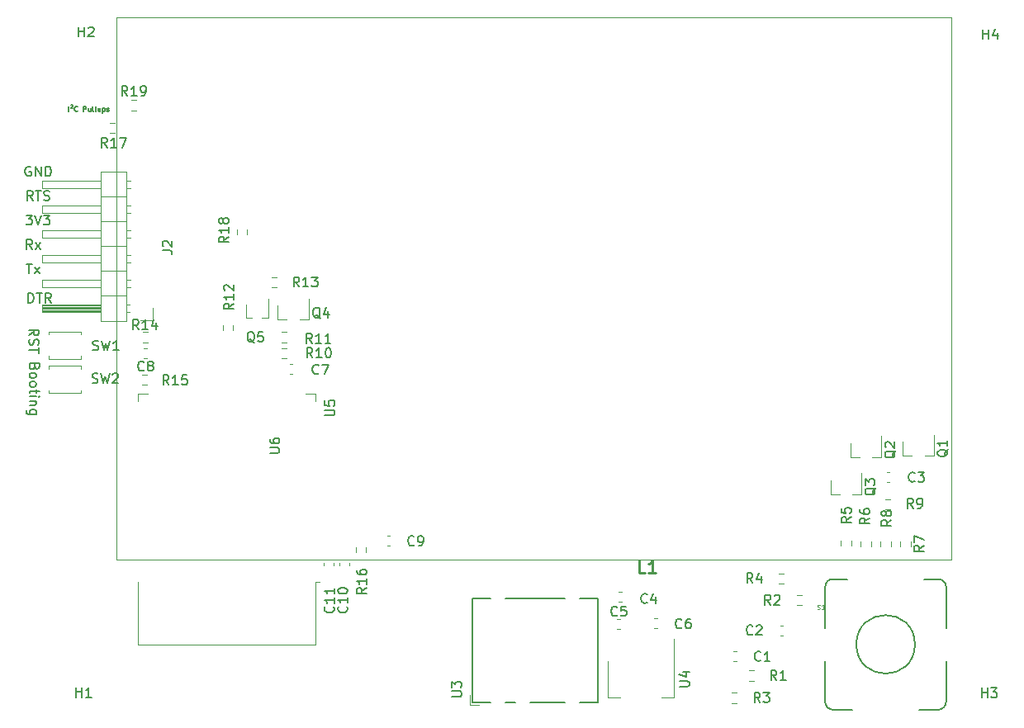
<source format=gbr>
%TF.GenerationSoftware,KiCad,Pcbnew,(5.1.7)-1*%
%TF.CreationDate,2021-01-21T08:43:37+01:00*%
%TF.ProjectId,EZ-PY32,455a2d50-5933-4322-9e6b-696361645f70,rev?*%
%TF.SameCoordinates,Original*%
%TF.FileFunction,Legend,Top*%
%TF.FilePolarity,Positive*%
%FSLAX46Y46*%
G04 Gerber Fmt 4.6, Leading zero omitted, Abs format (unit mm)*
G04 Created by KiCad (PCBNEW (5.1.7)-1) date 2021-01-21 08:43:37*
%MOMM*%
%LPD*%
G01*
G04 APERTURE LIST*
%ADD10C,0.127000*%
%ADD11C,0.150000*%
%ADD12C,0.120000*%
%ADD13C,0.203200*%
%ADD14C,0.015000*%
%ADD15C,0.254000*%
G04 APERTURE END LIST*
D10*
X54843169Y-70030689D02*
X54843169Y-69522689D01*
X55060883Y-69401737D02*
X55109264Y-69377546D01*
X55181836Y-69377546D01*
X55230217Y-69401737D01*
X55254407Y-69450118D01*
X55254407Y-69498499D01*
X55230217Y-69546880D01*
X55060883Y-69716213D01*
X55254407Y-69716213D01*
X55762407Y-69982308D02*
X55738217Y-70006499D01*
X55665645Y-70030689D01*
X55617264Y-70030689D01*
X55544693Y-70006499D01*
X55496312Y-69958118D01*
X55472121Y-69909737D01*
X55447931Y-69812975D01*
X55447931Y-69740403D01*
X55472121Y-69643641D01*
X55496312Y-69595260D01*
X55544693Y-69546880D01*
X55617264Y-69522689D01*
X55665645Y-69522689D01*
X55738217Y-69546880D01*
X55762407Y-69571070D01*
X56367169Y-70030689D02*
X56367169Y-69522689D01*
X56560693Y-69522689D01*
X56609074Y-69546880D01*
X56633264Y-69571070D01*
X56657455Y-69619451D01*
X56657455Y-69692022D01*
X56633264Y-69740403D01*
X56609074Y-69764594D01*
X56560693Y-69788784D01*
X56367169Y-69788784D01*
X57092883Y-69692022D02*
X57092883Y-70030689D01*
X56875169Y-69692022D02*
X56875169Y-69958118D01*
X56899360Y-70006499D01*
X56947740Y-70030689D01*
X57020312Y-70030689D01*
X57068693Y-70006499D01*
X57092883Y-69982308D01*
X57407360Y-70030689D02*
X57358979Y-70006499D01*
X57334788Y-69958118D01*
X57334788Y-69522689D01*
X57673455Y-70030689D02*
X57625074Y-70006499D01*
X57600883Y-69958118D01*
X57600883Y-69522689D01*
X58084693Y-69692022D02*
X58084693Y-70030689D01*
X57866979Y-69692022D02*
X57866979Y-69958118D01*
X57891169Y-70006499D01*
X57939550Y-70030689D01*
X58012121Y-70030689D01*
X58060502Y-70006499D01*
X58084693Y-69982308D01*
X58326598Y-69692022D02*
X58326598Y-70200022D01*
X58326598Y-69716213D02*
X58374979Y-69692022D01*
X58471740Y-69692022D01*
X58520121Y-69716213D01*
X58544312Y-69740403D01*
X58568502Y-69788784D01*
X58568502Y-69933927D01*
X58544312Y-69982308D01*
X58520121Y-70006499D01*
X58471740Y-70030689D01*
X58374979Y-70030689D01*
X58326598Y-70006499D01*
X58762026Y-70006499D02*
X58810407Y-70030689D01*
X58907169Y-70030689D01*
X58955550Y-70006499D01*
X58979740Y-69958118D01*
X58979740Y-69933927D01*
X58955550Y-69885546D01*
X58907169Y-69861356D01*
X58834598Y-69861356D01*
X58786217Y-69837165D01*
X58762026Y-69788784D01*
X58762026Y-69764594D01*
X58786217Y-69716213D01*
X58834598Y-69692022D01*
X58907169Y-69692022D01*
X58955550Y-69716213D01*
D11*
X50704690Y-89683880D02*
X50704690Y-88683880D01*
X50942785Y-88683880D01*
X51085642Y-88731500D01*
X51180880Y-88826738D01*
X51228500Y-88921976D01*
X51276119Y-89112452D01*
X51276119Y-89255309D01*
X51228500Y-89445785D01*
X51180880Y-89541023D01*
X51085642Y-89636261D01*
X50942785Y-89683880D01*
X50704690Y-89683880D01*
X51561833Y-88683880D02*
X52133261Y-88683880D01*
X51847547Y-89683880D02*
X51847547Y-88683880D01*
X53038023Y-89683880D02*
X52704690Y-89207690D01*
X52466595Y-89683880D02*
X52466595Y-88683880D01*
X52847547Y-88683880D01*
X52942785Y-88731500D01*
X52990404Y-88779119D01*
X53038023Y-88874357D01*
X53038023Y-89017214D01*
X52990404Y-89112452D01*
X52942785Y-89160071D01*
X52847547Y-89207690D01*
X52466595Y-89207690D01*
X50966595Y-75731500D02*
X50871357Y-75683880D01*
X50728500Y-75683880D01*
X50585642Y-75731500D01*
X50490404Y-75826738D01*
X50442785Y-75921976D01*
X50395166Y-76112452D01*
X50395166Y-76255309D01*
X50442785Y-76445785D01*
X50490404Y-76541023D01*
X50585642Y-76636261D01*
X50728500Y-76683880D01*
X50823738Y-76683880D01*
X50966595Y-76636261D01*
X51014214Y-76588642D01*
X51014214Y-76255309D01*
X50823738Y-76255309D01*
X51442785Y-76683880D02*
X51442785Y-75683880D01*
X52014214Y-76683880D01*
X52014214Y-75683880D01*
X52490404Y-76683880D02*
X52490404Y-75683880D01*
X52728500Y-75683880D01*
X52871357Y-75731500D01*
X52966595Y-75826738D01*
X53014214Y-75921976D01*
X53061833Y-76112452D01*
X53061833Y-76255309D01*
X53014214Y-76445785D01*
X52966595Y-76541023D01*
X52871357Y-76636261D01*
X52728500Y-76683880D01*
X52490404Y-76683880D01*
X51180880Y-79183880D02*
X50847547Y-78707690D01*
X50609452Y-79183880D02*
X50609452Y-78183880D01*
X50990404Y-78183880D01*
X51085642Y-78231500D01*
X51133261Y-78279119D01*
X51180880Y-78374357D01*
X51180880Y-78517214D01*
X51133261Y-78612452D01*
X51085642Y-78660071D01*
X50990404Y-78707690D01*
X50609452Y-78707690D01*
X51466595Y-78183880D02*
X52038023Y-78183880D01*
X51752309Y-79183880D02*
X51752309Y-78183880D01*
X52323738Y-79136261D02*
X52466595Y-79183880D01*
X52704690Y-79183880D01*
X52799928Y-79136261D01*
X52847547Y-79088642D01*
X52895166Y-78993404D01*
X52895166Y-78898166D01*
X52847547Y-78802928D01*
X52799928Y-78755309D01*
X52704690Y-78707690D01*
X52514214Y-78660071D01*
X52418976Y-78612452D01*
X52371357Y-78564833D01*
X52323738Y-78469595D01*
X52323738Y-78374357D01*
X52371357Y-78279119D01*
X52418976Y-78231500D01*
X52514214Y-78183880D01*
X52752309Y-78183880D01*
X52895166Y-78231500D01*
X50490404Y-80683880D02*
X51109452Y-80683880D01*
X50776119Y-81064833D01*
X50918976Y-81064833D01*
X51014214Y-81112452D01*
X51061833Y-81160071D01*
X51109452Y-81255309D01*
X51109452Y-81493404D01*
X51061833Y-81588642D01*
X51014214Y-81636261D01*
X50918976Y-81683880D01*
X50633261Y-81683880D01*
X50538023Y-81636261D01*
X50490404Y-81588642D01*
X51395166Y-80683880D02*
X51728500Y-81683880D01*
X52061833Y-80683880D01*
X52299928Y-80683880D02*
X52918976Y-80683880D01*
X52585642Y-81064833D01*
X52728500Y-81064833D01*
X52823738Y-81112452D01*
X52871357Y-81160071D01*
X52918976Y-81255309D01*
X52918976Y-81493404D01*
X52871357Y-81588642D01*
X52823738Y-81636261D01*
X52728500Y-81683880D01*
X52442785Y-81683880D01*
X52347547Y-81636261D01*
X52299928Y-81588642D01*
X51133261Y-84183880D02*
X50799928Y-83707690D01*
X50561833Y-84183880D02*
X50561833Y-83183880D01*
X50942785Y-83183880D01*
X51038023Y-83231500D01*
X51085642Y-83279119D01*
X51133261Y-83374357D01*
X51133261Y-83517214D01*
X51085642Y-83612452D01*
X51038023Y-83660071D01*
X50942785Y-83707690D01*
X50561833Y-83707690D01*
X51466595Y-84183880D02*
X51990404Y-83517214D01*
X51466595Y-83517214D02*
X51990404Y-84183880D01*
X50538023Y-85683880D02*
X51109452Y-85683880D01*
X50823738Y-86683880D02*
X50823738Y-85683880D01*
X51347547Y-86683880D02*
X51871357Y-86017214D01*
X51347547Y-86017214D02*
X51871357Y-86683880D01*
X51379428Y-96239295D02*
X51331809Y-96382152D01*
X51284190Y-96429771D01*
X51188952Y-96477390D01*
X51046095Y-96477390D01*
X50950857Y-96429771D01*
X50903238Y-96382152D01*
X50855619Y-96286914D01*
X50855619Y-95905961D01*
X51855619Y-95905961D01*
X51855619Y-96239295D01*
X51808000Y-96334533D01*
X51760380Y-96382152D01*
X51665142Y-96429771D01*
X51569904Y-96429771D01*
X51474666Y-96382152D01*
X51427047Y-96334533D01*
X51379428Y-96239295D01*
X51379428Y-95905961D01*
X50855619Y-97048819D02*
X50903238Y-96953580D01*
X50950857Y-96905961D01*
X51046095Y-96858342D01*
X51331809Y-96858342D01*
X51427047Y-96905961D01*
X51474666Y-96953580D01*
X51522285Y-97048819D01*
X51522285Y-97191676D01*
X51474666Y-97286914D01*
X51427047Y-97334533D01*
X51331809Y-97382152D01*
X51046095Y-97382152D01*
X50950857Y-97334533D01*
X50903238Y-97286914D01*
X50855619Y-97191676D01*
X50855619Y-97048819D01*
X50855619Y-97953580D02*
X50903238Y-97858342D01*
X50950857Y-97810723D01*
X51046095Y-97763104D01*
X51331809Y-97763104D01*
X51427047Y-97810723D01*
X51474666Y-97858342D01*
X51522285Y-97953580D01*
X51522285Y-98096438D01*
X51474666Y-98191676D01*
X51427047Y-98239295D01*
X51331809Y-98286914D01*
X51046095Y-98286914D01*
X50950857Y-98239295D01*
X50903238Y-98191676D01*
X50855619Y-98096438D01*
X50855619Y-97953580D01*
X51522285Y-98572628D02*
X51522285Y-98953580D01*
X51855619Y-98715485D02*
X50998476Y-98715485D01*
X50903238Y-98763104D01*
X50855619Y-98858342D01*
X50855619Y-98953580D01*
X50855619Y-99286914D02*
X51522285Y-99286914D01*
X51855619Y-99286914D02*
X51808000Y-99239295D01*
X51760380Y-99286914D01*
X51808000Y-99334533D01*
X51855619Y-99286914D01*
X51760380Y-99286914D01*
X51522285Y-99763104D02*
X50855619Y-99763104D01*
X51427047Y-99763104D02*
X51474666Y-99810723D01*
X51522285Y-99905961D01*
X51522285Y-100048819D01*
X51474666Y-100144057D01*
X51379428Y-100191676D01*
X50855619Y-100191676D01*
X51522285Y-101096438D02*
X50712761Y-101096438D01*
X50617523Y-101048819D01*
X50569904Y-101001200D01*
X50522285Y-100905961D01*
X50522285Y-100763104D01*
X50569904Y-100667866D01*
X50903238Y-101096438D02*
X50855619Y-101001200D01*
X50855619Y-100810723D01*
X50903238Y-100715485D01*
X50950857Y-100667866D01*
X51046095Y-100620247D01*
X51331809Y-100620247D01*
X51427047Y-100667866D01*
X51474666Y-100715485D01*
X51522285Y-100810723D01*
X51522285Y-101001200D01*
X51474666Y-101096438D01*
X50804819Y-93025980D02*
X51281009Y-92692647D01*
X50804819Y-92454552D02*
X51804819Y-92454552D01*
X51804819Y-92835504D01*
X51757200Y-92930742D01*
X51709580Y-92978361D01*
X51614342Y-93025980D01*
X51471485Y-93025980D01*
X51376247Y-92978361D01*
X51328628Y-92930742D01*
X51281009Y-92835504D01*
X51281009Y-92454552D01*
X50852438Y-93406933D02*
X50804819Y-93549790D01*
X50804819Y-93787885D01*
X50852438Y-93883123D01*
X50900057Y-93930742D01*
X50995295Y-93978361D01*
X51090533Y-93978361D01*
X51185771Y-93930742D01*
X51233390Y-93883123D01*
X51281009Y-93787885D01*
X51328628Y-93597409D01*
X51376247Y-93502171D01*
X51423866Y-93454552D01*
X51519104Y-93406933D01*
X51614342Y-93406933D01*
X51709580Y-93454552D01*
X51757200Y-93502171D01*
X51804819Y-93597409D01*
X51804819Y-93835504D01*
X51757200Y-93978361D01*
X51804819Y-94264076D02*
X51804819Y-94835504D01*
X50804819Y-94549790D02*
X51804819Y-94549790D01*
D12*
%TO.C,C2*%
X128098767Y-123803500D02*
X127806233Y-123803500D01*
X128098767Y-122783500D02*
X127806233Y-122783500D01*
%TO.C,U5*%
X80176500Y-99802500D02*
X80176500Y-99022500D01*
X80176500Y-99022500D02*
X79176500Y-99022500D01*
X61936500Y-99802500D02*
X61936500Y-99022500D01*
X61936500Y-99022500D02*
X62936500Y-99022500D01*
X80176500Y-124767500D02*
X61936500Y-124767500D01*
X61936500Y-124767500D02*
X61936500Y-118347500D01*
X80176500Y-124767500D02*
X80176500Y-118347500D01*
X80176500Y-118347500D02*
X80556500Y-118347500D01*
%TO.C,U6*%
X145354860Y-116028880D02*
X59756860Y-116028880D01*
X145354860Y-60402880D02*
X145354860Y-116028880D01*
X59756860Y-60402880D02*
X145354860Y-60402880D01*
X59756860Y-116028880D02*
X59756860Y-60402880D01*
%TO.C,C9*%
X87487093Y-114570380D02*
X87779627Y-114570380D01*
X87487093Y-113550380D02*
X87779627Y-113550380D01*
D13*
%TO.C,S1*%
X132420500Y-123014000D02*
X132420500Y-118820200D01*
X133226700Y-118014000D02*
X134720500Y-118014000D01*
X144014300Y-118014000D02*
X142520500Y-118014000D01*
X144820500Y-123014000D02*
X144820500Y-118820200D01*
X144820500Y-126414000D02*
X144820500Y-130607800D01*
X144014300Y-131414000D02*
X142020500Y-131414000D01*
X133226700Y-131414000D02*
X135220500Y-131414000D01*
X132420500Y-126414000D02*
X132420500Y-130607800D01*
X141620500Y-124714000D02*
G75*
G03*
X141620500Y-124714000I-3000000J0D01*
G01*
X132420500Y-118820200D02*
G75*
G02*
X133226700Y-118014000I806200J0D01*
G01*
X144820500Y-118820200D02*
G75*
G03*
X144014300Y-118014000I-806200J0D01*
G01*
X144820500Y-130607800D02*
G75*
G02*
X144014300Y-131414000I-806200J0D01*
G01*
X132420500Y-130607800D02*
G75*
G03*
X133226700Y-131414000I806200J0D01*
G01*
D12*
%TO.C,C4*%
X111551627Y-120341880D02*
X111259093Y-120341880D01*
X111551627Y-119321880D02*
X111259093Y-119321880D01*
%TO.C,U3*%
X95959500Y-129902500D02*
X95959500Y-130902500D01*
X95959500Y-130902500D02*
X96959500Y-130902500D01*
D11*
X107269500Y-120000500D02*
X109149500Y-120000500D01*
X109149500Y-120000500D02*
X109149500Y-130650500D01*
X109149500Y-130650500D02*
X107269500Y-130650500D01*
X105709500Y-130650500D02*
X102189500Y-130650500D01*
X100629500Y-130650500D02*
X99649500Y-130650500D01*
X98089500Y-130650500D02*
X96209500Y-130650500D01*
X96209500Y-120000500D02*
X98089500Y-120000500D01*
X99649500Y-120000500D02*
X105709500Y-120000500D01*
X96209500Y-130650500D02*
X96209500Y-120000500D01*
D12*
%TO.C,R10*%
X76719976Y-94323000D02*
X77229424Y-94323000D01*
X76719976Y-95368000D02*
X77229424Y-95368000D01*
%TO.C,R6*%
X137111000Y-114148776D02*
X137111000Y-114658224D01*
X136066000Y-114148776D02*
X136066000Y-114658224D01*
%TO.C,R5*%
X135079000Y-114045276D02*
X135079000Y-114554724D01*
X134034000Y-114045276D02*
X134034000Y-114554724D01*
%TO.C,SW1*%
X56133000Y-92943500D02*
X56133000Y-92643500D01*
X56133000Y-92643500D02*
X52833000Y-92643500D01*
X52833000Y-92643500D02*
X52833000Y-92943500D01*
X56133000Y-95143500D02*
X56133000Y-95443500D01*
X56133000Y-95443500D02*
X52833000Y-95443500D01*
X52833000Y-95443500D02*
X52833000Y-95143500D01*
%TO.C,R14*%
X62980024Y-93717000D02*
X62470576Y-93717000D01*
X62980024Y-92672000D02*
X62470576Y-92672000D01*
%TO.C,C3*%
X138728233Y-107035500D02*
X139020767Y-107035500D01*
X138728233Y-108055500D02*
X139020767Y-108055500D01*
%TO.C,C8*%
X62871567Y-95355500D02*
X62579033Y-95355500D01*
X62871567Y-94335500D02*
X62579033Y-94335500D01*
%TO.C,R11*%
X77229424Y-93717000D02*
X76719976Y-93717000D01*
X77229424Y-92672000D02*
X76719976Y-92672000D01*
%TO.C,R15*%
X62929224Y-98111200D02*
X62419776Y-98111200D01*
X62929224Y-97066200D02*
X62419776Y-97066200D01*
%TO.C,C1*%
X123323567Y-126445100D02*
X123031033Y-126445100D01*
X123323567Y-125425100D02*
X123031033Y-125425100D01*
%TO.C,C5*%
X111376627Y-123116880D02*
X111084093Y-123116880D01*
X111376627Y-122096880D02*
X111084093Y-122096880D01*
%TO.C,C6*%
X114909093Y-122021880D02*
X115201627Y-122021880D01*
X114909093Y-123041880D02*
X115201627Y-123041880D01*
%TO.C,C7*%
X77826627Y-96991880D02*
X77534093Y-96991880D01*
X77826627Y-95971880D02*
X77534093Y-95971880D01*
%TO.C,C10*%
X83665360Y-116360613D02*
X83665360Y-116653147D01*
X82645360Y-116360613D02*
X82645360Y-116653147D01*
%TO.C,C11*%
X82065360Y-116360613D02*
X82065360Y-116653147D01*
X81045360Y-116360613D02*
X81045360Y-116653147D01*
%TO.C,R1*%
X124598976Y-127393800D02*
X125108424Y-127393800D01*
X124598976Y-128438800D02*
X125108424Y-128438800D01*
%TO.C,R2*%
X129526576Y-119672200D02*
X130036024Y-119672200D01*
X129526576Y-120717200D02*
X130036024Y-120717200D01*
%TO.C,R3*%
X122820976Y-129679800D02*
X123330424Y-129679800D01*
X122820976Y-130724800D02*
X123330424Y-130724800D01*
%TO.C,R4*%
X128207224Y-118482000D02*
X127697776Y-118482000D01*
X128207224Y-117437000D02*
X127697776Y-117437000D01*
%TO.C,R8*%
X139143000Y-114148776D02*
X139143000Y-114658224D01*
X138098000Y-114148776D02*
X138098000Y-114658224D01*
%TO.C,R9*%
X138619776Y-109817000D02*
X139129224Y-109817000D01*
X138619776Y-110862000D02*
X139129224Y-110862000D01*
%TO.C,R7*%
X141175000Y-114148776D02*
X141175000Y-114658224D01*
X140130000Y-114148776D02*
X140130000Y-114658224D01*
%TO.C,U4*%
X110114500Y-130192500D02*
X111374500Y-130192500D01*
X116934500Y-130192500D02*
X115674500Y-130192500D01*
X110114500Y-126432500D02*
X110114500Y-130192500D01*
X116934500Y-124182500D02*
X116934500Y-130192500D01*
%TO.C,Q4*%
X76283700Y-91414500D02*
X77213700Y-91414500D01*
X79443700Y-91414500D02*
X78513700Y-91414500D01*
X79443700Y-91414500D02*
X79443700Y-89254500D01*
X76283700Y-91414500D02*
X76283700Y-89954500D01*
%TO.C,Q5*%
X73680700Y-91257500D02*
X73020700Y-91257500D01*
X75340700Y-91257500D02*
X74680700Y-91257500D01*
X75340700Y-91257500D02*
X75340700Y-89227500D01*
X73020700Y-89847500D02*
X73020700Y-91257500D01*
%TO.C,R12*%
X71731400Y-91999976D02*
X71731400Y-92509424D01*
X70686400Y-91999976D02*
X70686400Y-92509424D01*
%TO.C,R13*%
X76188024Y-87058600D02*
X75678576Y-87058600D01*
X76188024Y-88103600D02*
X75678576Y-88103600D01*
%TO.C,J2*%
X60790000Y-91563500D02*
X60790000Y-76203500D01*
X60790000Y-76203500D02*
X58130000Y-76203500D01*
X58130000Y-76203500D02*
X58130000Y-91563500D01*
X58130000Y-91563500D02*
X60790000Y-91563500D01*
X58130000Y-90613500D02*
X52130000Y-90613500D01*
X52130000Y-90613500D02*
X52130000Y-89853500D01*
X52130000Y-89853500D02*
X58130000Y-89853500D01*
X58130000Y-90553500D02*
X52130000Y-90553500D01*
X58130000Y-90433500D02*
X52130000Y-90433500D01*
X58130000Y-90313500D02*
X52130000Y-90313500D01*
X58130000Y-90193500D02*
X52130000Y-90193500D01*
X58130000Y-90073500D02*
X52130000Y-90073500D01*
X58130000Y-89953500D02*
X52130000Y-89953500D01*
X61120000Y-90613500D02*
X60790000Y-90613500D01*
X61120000Y-89853500D02*
X60790000Y-89853500D01*
X60790000Y-88963500D02*
X58130000Y-88963500D01*
X58130000Y-88073500D02*
X52130000Y-88073500D01*
X52130000Y-88073500D02*
X52130000Y-87313500D01*
X52130000Y-87313500D02*
X58130000Y-87313500D01*
X61187071Y-88073500D02*
X60790000Y-88073500D01*
X61187071Y-87313500D02*
X60790000Y-87313500D01*
X60790000Y-86423500D02*
X58130000Y-86423500D01*
X58130000Y-85533500D02*
X52130000Y-85533500D01*
X52130000Y-85533500D02*
X52130000Y-84773500D01*
X52130000Y-84773500D02*
X58130000Y-84773500D01*
X61187071Y-85533500D02*
X60790000Y-85533500D01*
X61187071Y-84773500D02*
X60790000Y-84773500D01*
X60790000Y-83883500D02*
X58130000Y-83883500D01*
X58130000Y-82993500D02*
X52130000Y-82993500D01*
X52130000Y-82993500D02*
X52130000Y-82233500D01*
X52130000Y-82233500D02*
X58130000Y-82233500D01*
X61187071Y-82993500D02*
X60790000Y-82993500D01*
X61187071Y-82233500D02*
X60790000Y-82233500D01*
X60790000Y-81343500D02*
X58130000Y-81343500D01*
X58130000Y-80453500D02*
X52130000Y-80453500D01*
X52130000Y-80453500D02*
X52130000Y-79693500D01*
X52130000Y-79693500D02*
X58130000Y-79693500D01*
X61187071Y-80453500D02*
X60790000Y-80453500D01*
X61187071Y-79693500D02*
X60790000Y-79693500D01*
X60790000Y-78803500D02*
X58130000Y-78803500D01*
X58130000Y-77913500D02*
X52130000Y-77913500D01*
X52130000Y-77913500D02*
X52130000Y-77153500D01*
X52130000Y-77153500D02*
X58130000Y-77153500D01*
X61187071Y-77913500D02*
X60790000Y-77913500D01*
X61187071Y-77153500D02*
X60790000Y-77153500D01*
X63500000Y-90233500D02*
X63500000Y-91503500D01*
X63500000Y-91503500D02*
X62230000Y-91503500D01*
%TO.C,Q1*%
X140393300Y-105375100D02*
X141323300Y-105375100D01*
X143553300Y-105375100D02*
X142623300Y-105375100D01*
X143553300Y-105375100D02*
X143553300Y-103215100D01*
X140393300Y-105375100D02*
X140393300Y-103915100D01*
%TO.C,Q2*%
X135008500Y-105511500D02*
X135008500Y-104051500D01*
X138168500Y-105511500D02*
X138168500Y-103351500D01*
X138168500Y-105511500D02*
X137238500Y-105511500D01*
X135008500Y-105511500D02*
X135938500Y-105511500D01*
%TO.C,Q3*%
X132976500Y-109321500D02*
X133906500Y-109321500D01*
X136136500Y-109321500D02*
X135206500Y-109321500D01*
X136136500Y-109321500D02*
X136136500Y-107161500D01*
X132976500Y-109321500D02*
X132976500Y-107861500D01*
%TO.C,R18*%
X73169860Y-82182656D02*
X73169860Y-82692104D01*
X72124860Y-82182656D02*
X72124860Y-82692104D01*
%TO.C,SW2*%
X52833000Y-98936000D02*
X52833000Y-98636000D01*
X56133000Y-98936000D02*
X52833000Y-98936000D01*
X56133000Y-98636000D02*
X56133000Y-98936000D01*
X52833000Y-96136000D02*
X52833000Y-96436000D01*
X56133000Y-96136000D02*
X52833000Y-96136000D01*
X56133000Y-96436000D02*
X56133000Y-96136000D01*
%TO.C,R16*%
X84316860Y-115267604D02*
X84316860Y-114758156D01*
X85361860Y-115267604D02*
X85361860Y-114758156D01*
%TO.C,R17*%
X59121136Y-72291880D02*
X59630584Y-72291880D01*
X59121136Y-71246880D02*
X59630584Y-71246880D01*
%TO.C,R19*%
X61280136Y-68897380D02*
X61789584Y-68897380D01*
X61280136Y-69942380D02*
X61789584Y-69942380D01*
%TO.C,C2*%
D11*
X124991833Y-123650642D02*
X124944214Y-123698261D01*
X124801357Y-123745880D01*
X124706119Y-123745880D01*
X124563261Y-123698261D01*
X124468023Y-123603023D01*
X124420404Y-123507785D01*
X124372785Y-123317309D01*
X124372785Y-123174452D01*
X124420404Y-122983976D01*
X124468023Y-122888738D01*
X124563261Y-122793500D01*
X124706119Y-122745880D01*
X124801357Y-122745880D01*
X124944214Y-122793500D01*
X124991833Y-122841119D01*
X125372785Y-122841119D02*
X125420404Y-122793500D01*
X125515642Y-122745880D01*
X125753738Y-122745880D01*
X125848976Y-122793500D01*
X125896595Y-122841119D01*
X125944214Y-122936357D01*
X125944214Y-123031595D01*
X125896595Y-123174452D01*
X125325166Y-123745880D01*
X125944214Y-123745880D01*
%TO.C,U5*%
X81118880Y-101234404D02*
X81928404Y-101234404D01*
X82023642Y-101186785D01*
X82071261Y-101139166D01*
X82118880Y-101043928D01*
X82118880Y-100853452D01*
X82071261Y-100758214D01*
X82023642Y-100710595D01*
X81928404Y-100662976D01*
X81118880Y-100662976D01*
X81118880Y-99710595D02*
X81118880Y-100186785D01*
X81595071Y-100234404D01*
X81547452Y-100186785D01*
X81499833Y-100091547D01*
X81499833Y-99853452D01*
X81547452Y-99758214D01*
X81595071Y-99710595D01*
X81690309Y-99662976D01*
X81928404Y-99662976D01*
X82023642Y-99710595D01*
X82071261Y-99758214D01*
X82118880Y-99853452D01*
X82118880Y-100091547D01*
X82071261Y-100186785D01*
X82023642Y-100234404D01*
%TO.C,U6*%
X75465240Y-105106784D02*
X76274764Y-105106784D01*
X76370002Y-105059165D01*
X76417621Y-105011546D01*
X76465240Y-104916308D01*
X76465240Y-104725832D01*
X76417621Y-104630594D01*
X76370002Y-104582975D01*
X76274764Y-104535356D01*
X75465240Y-104535356D01*
X75465240Y-103630594D02*
X75465240Y-103821070D01*
X75512860Y-103916308D01*
X75560479Y-103963927D01*
X75703336Y-104059165D01*
X75893812Y-104106784D01*
X76274764Y-104106784D01*
X76370002Y-104059165D01*
X76417621Y-104011546D01*
X76465240Y-103916308D01*
X76465240Y-103725832D01*
X76417621Y-103630594D01*
X76370002Y-103582975D01*
X76274764Y-103535356D01*
X76036669Y-103535356D01*
X75941431Y-103582975D01*
X75893812Y-103630594D01*
X75846193Y-103725832D01*
X75846193Y-103916308D01*
X75893812Y-104011546D01*
X75941431Y-104059165D01*
X76036669Y-104106784D01*
%TO.C,C9*%
X90265693Y-114503522D02*
X90218074Y-114551141D01*
X90075217Y-114598760D01*
X89979979Y-114598760D01*
X89837121Y-114551141D01*
X89741883Y-114455903D01*
X89694264Y-114360665D01*
X89646645Y-114170189D01*
X89646645Y-114027332D01*
X89694264Y-113836856D01*
X89741883Y-113741618D01*
X89837121Y-113646380D01*
X89979979Y-113598760D01*
X90075217Y-113598760D01*
X90218074Y-113646380D01*
X90265693Y-113693999D01*
X90741883Y-114598760D02*
X90932360Y-114598760D01*
X91027598Y-114551141D01*
X91075217Y-114503522D01*
X91170455Y-114360665D01*
X91218074Y-114170189D01*
X91218074Y-113789237D01*
X91170455Y-113693999D01*
X91122836Y-113646380D01*
X91027598Y-113598760D01*
X90837121Y-113598760D01*
X90741883Y-113646380D01*
X90694264Y-113693999D01*
X90646645Y-113789237D01*
X90646645Y-114027332D01*
X90694264Y-114122570D01*
X90741883Y-114170189D01*
X90837121Y-114217808D01*
X91027598Y-114217808D01*
X91122836Y-114170189D01*
X91170455Y-114122570D01*
X91218074Y-114027332D01*
%TO.C,S1*%
D14*
X131599985Y-121098285D02*
X131668557Y-121121142D01*
X131782842Y-121121142D01*
X131828557Y-121098285D01*
X131851414Y-121075428D01*
X131874271Y-121029714D01*
X131874271Y-120984000D01*
X131851414Y-120938285D01*
X131828557Y-120915428D01*
X131782842Y-120892571D01*
X131691414Y-120869714D01*
X131645700Y-120846857D01*
X131622842Y-120824000D01*
X131599985Y-120778285D01*
X131599985Y-120732571D01*
X131622842Y-120686857D01*
X131645700Y-120664000D01*
X131691414Y-120641142D01*
X131805700Y-120641142D01*
X131874271Y-120664000D01*
X132331414Y-121121142D02*
X132057128Y-121121142D01*
X132194271Y-121121142D02*
X132194271Y-120641142D01*
X132148557Y-120709714D01*
X132102842Y-120755428D01*
X132057128Y-120778285D01*
%TO.C,C4*%
D11*
X114163693Y-120414022D02*
X114116074Y-120461641D01*
X113973217Y-120509260D01*
X113877979Y-120509260D01*
X113735121Y-120461641D01*
X113639883Y-120366403D01*
X113592264Y-120271165D01*
X113544645Y-120080689D01*
X113544645Y-119937832D01*
X113592264Y-119747356D01*
X113639883Y-119652118D01*
X113735121Y-119556880D01*
X113877979Y-119509260D01*
X113973217Y-119509260D01*
X114116074Y-119556880D01*
X114163693Y-119604499D01*
X115020836Y-119842594D02*
X115020836Y-120509260D01*
X114782740Y-119461641D02*
X114544645Y-120175927D01*
X115163693Y-120175927D01*
%TO.C,U3*%
X94131880Y-130087404D02*
X94941404Y-130087404D01*
X95036642Y-130039785D01*
X95084261Y-129992166D01*
X95131880Y-129896928D01*
X95131880Y-129706452D01*
X95084261Y-129611214D01*
X95036642Y-129563595D01*
X94941404Y-129515976D01*
X94131880Y-129515976D01*
X94131880Y-129135023D02*
X94131880Y-128515976D01*
X94512833Y-128849309D01*
X94512833Y-128706452D01*
X94560452Y-128611214D01*
X94608071Y-128563595D01*
X94703309Y-128515976D01*
X94941404Y-128515976D01*
X95036642Y-128563595D01*
X95084261Y-128611214D01*
X95131880Y-128706452D01*
X95131880Y-128992166D01*
X95084261Y-129087404D01*
X95036642Y-129135023D01*
%TO.C,R10*%
X79862442Y-95297880D02*
X79529109Y-94821690D01*
X79291014Y-95297880D02*
X79291014Y-94297880D01*
X79671966Y-94297880D01*
X79767204Y-94345500D01*
X79814823Y-94393119D01*
X79862442Y-94488357D01*
X79862442Y-94631214D01*
X79814823Y-94726452D01*
X79767204Y-94774071D01*
X79671966Y-94821690D01*
X79291014Y-94821690D01*
X80814823Y-95297880D02*
X80243395Y-95297880D01*
X80529109Y-95297880D02*
X80529109Y-94297880D01*
X80433871Y-94440738D01*
X80338633Y-94535976D01*
X80243395Y-94583595D01*
X81433871Y-94297880D02*
X81529109Y-94297880D01*
X81624347Y-94345500D01*
X81671966Y-94393119D01*
X81719585Y-94488357D01*
X81767204Y-94678833D01*
X81767204Y-94916928D01*
X81719585Y-95107404D01*
X81671966Y-95202642D01*
X81624347Y-95250261D01*
X81529109Y-95297880D01*
X81433871Y-95297880D01*
X81338633Y-95250261D01*
X81291014Y-95202642D01*
X81243395Y-95107404D01*
X81195776Y-94916928D01*
X81195776Y-94678833D01*
X81243395Y-94488357D01*
X81291014Y-94393119D01*
X81338633Y-94345500D01*
X81433871Y-94297880D01*
%TO.C,R6*%
X136977380Y-111752666D02*
X136501190Y-112086000D01*
X136977380Y-112324095D02*
X135977380Y-112324095D01*
X135977380Y-111943142D01*
X136025000Y-111847904D01*
X136072619Y-111800285D01*
X136167857Y-111752666D01*
X136310714Y-111752666D01*
X136405952Y-111800285D01*
X136453571Y-111847904D01*
X136501190Y-111943142D01*
X136501190Y-112324095D01*
X135977380Y-110895523D02*
X135977380Y-111086000D01*
X136025000Y-111181238D01*
X136072619Y-111228857D01*
X136215476Y-111324095D01*
X136405952Y-111371714D01*
X136786904Y-111371714D01*
X136882142Y-111324095D01*
X136929761Y-111276476D01*
X136977380Y-111181238D01*
X136977380Y-110990761D01*
X136929761Y-110895523D01*
X136882142Y-110847904D01*
X136786904Y-110800285D01*
X136548809Y-110800285D01*
X136453571Y-110847904D01*
X136405952Y-110895523D01*
X136358333Y-110990761D01*
X136358333Y-111181238D01*
X136405952Y-111276476D01*
X136453571Y-111324095D01*
X136548809Y-111371714D01*
%TO.C,R5*%
X135072380Y-111649166D02*
X134596190Y-111982500D01*
X135072380Y-112220595D02*
X134072380Y-112220595D01*
X134072380Y-111839642D01*
X134120000Y-111744404D01*
X134167619Y-111696785D01*
X134262857Y-111649166D01*
X134405714Y-111649166D01*
X134500952Y-111696785D01*
X134548571Y-111744404D01*
X134596190Y-111839642D01*
X134596190Y-112220595D01*
X134072380Y-110744404D02*
X134072380Y-111220595D01*
X134548571Y-111268214D01*
X134500952Y-111220595D01*
X134453333Y-111125357D01*
X134453333Y-110887261D01*
X134500952Y-110792023D01*
X134548571Y-110744404D01*
X134643809Y-110696785D01*
X134881904Y-110696785D01*
X134977142Y-110744404D01*
X135024761Y-110792023D01*
X135072380Y-110887261D01*
X135072380Y-111125357D01*
X135024761Y-111220595D01*
X134977142Y-111268214D01*
%TO.C,SW1*%
X57340666Y-94511761D02*
X57483523Y-94559380D01*
X57721619Y-94559380D01*
X57816857Y-94511761D01*
X57864476Y-94464142D01*
X57912095Y-94368904D01*
X57912095Y-94273666D01*
X57864476Y-94178428D01*
X57816857Y-94130809D01*
X57721619Y-94083190D01*
X57531142Y-94035571D01*
X57435904Y-93987952D01*
X57388285Y-93940333D01*
X57340666Y-93845095D01*
X57340666Y-93749857D01*
X57388285Y-93654619D01*
X57435904Y-93607000D01*
X57531142Y-93559380D01*
X57769238Y-93559380D01*
X57912095Y-93607000D01*
X58245428Y-93559380D02*
X58483523Y-94559380D01*
X58674000Y-93845095D01*
X58864476Y-94559380D01*
X59102571Y-93559380D01*
X60007333Y-94559380D02*
X59435904Y-94559380D01*
X59721619Y-94559380D02*
X59721619Y-93559380D01*
X59626380Y-93702238D01*
X59531142Y-93797476D01*
X59435904Y-93845095D01*
%TO.C,R14*%
X62035002Y-92414760D02*
X61701669Y-91938570D01*
X61463574Y-92414760D02*
X61463574Y-91414760D01*
X61844526Y-91414760D01*
X61939764Y-91462380D01*
X61987383Y-91509999D01*
X62035002Y-91605237D01*
X62035002Y-91748094D01*
X61987383Y-91843332D01*
X61939764Y-91890951D01*
X61844526Y-91938570D01*
X61463574Y-91938570D01*
X62987383Y-92414760D02*
X62415955Y-92414760D01*
X62701669Y-92414760D02*
X62701669Y-91414760D01*
X62606431Y-91557618D01*
X62511193Y-91652856D01*
X62415955Y-91700475D01*
X63844526Y-91748094D02*
X63844526Y-92414760D01*
X63606431Y-91367141D02*
X63368336Y-92081427D01*
X63987383Y-92081427D01*
%TO.C,C3*%
X141603433Y-107953442D02*
X141555814Y-108001061D01*
X141412957Y-108048680D01*
X141317719Y-108048680D01*
X141174861Y-108001061D01*
X141079623Y-107905823D01*
X141032004Y-107810585D01*
X140984385Y-107620109D01*
X140984385Y-107477252D01*
X141032004Y-107286776D01*
X141079623Y-107191538D01*
X141174861Y-107096300D01*
X141317719Y-107048680D01*
X141412957Y-107048680D01*
X141555814Y-107096300D01*
X141603433Y-107143919D01*
X141936766Y-107048680D02*
X142555814Y-107048680D01*
X142222480Y-107429633D01*
X142365338Y-107429633D01*
X142460576Y-107477252D01*
X142508195Y-107524871D01*
X142555814Y-107620109D01*
X142555814Y-107858204D01*
X142508195Y-107953442D01*
X142460576Y-108001061D01*
X142365338Y-108048680D01*
X142079623Y-108048680D01*
X141984385Y-108001061D01*
X141936766Y-107953442D01*
%TO.C,C8*%
X62574693Y-96574022D02*
X62527074Y-96621641D01*
X62384217Y-96669260D01*
X62288979Y-96669260D01*
X62146121Y-96621641D01*
X62050883Y-96526403D01*
X62003264Y-96431165D01*
X61955645Y-96240689D01*
X61955645Y-96097832D01*
X62003264Y-95907356D01*
X62050883Y-95812118D01*
X62146121Y-95716880D01*
X62288979Y-95669260D01*
X62384217Y-95669260D01*
X62527074Y-95716880D01*
X62574693Y-95764499D01*
X63146121Y-96097832D02*
X63050883Y-96050213D01*
X63003264Y-96002594D01*
X62955645Y-95907356D01*
X62955645Y-95859737D01*
X63003264Y-95764499D01*
X63050883Y-95716880D01*
X63146121Y-95669260D01*
X63336598Y-95669260D01*
X63431836Y-95716880D01*
X63479455Y-95764499D01*
X63527074Y-95859737D01*
X63527074Y-95907356D01*
X63479455Y-96002594D01*
X63431836Y-96050213D01*
X63336598Y-96097832D01*
X63146121Y-96097832D01*
X63050883Y-96145451D01*
X63003264Y-96193070D01*
X62955645Y-96288308D01*
X62955645Y-96478784D01*
X63003264Y-96574022D01*
X63050883Y-96621641D01*
X63146121Y-96669260D01*
X63336598Y-96669260D01*
X63431836Y-96621641D01*
X63479455Y-96574022D01*
X63527074Y-96478784D01*
X63527074Y-96288308D01*
X63479455Y-96193070D01*
X63431836Y-96145451D01*
X63336598Y-96097832D01*
%TO.C,R11*%
X79811642Y-93824680D02*
X79478309Y-93348490D01*
X79240214Y-93824680D02*
X79240214Y-92824680D01*
X79621166Y-92824680D01*
X79716404Y-92872300D01*
X79764023Y-92919919D01*
X79811642Y-93015157D01*
X79811642Y-93158014D01*
X79764023Y-93253252D01*
X79716404Y-93300871D01*
X79621166Y-93348490D01*
X79240214Y-93348490D01*
X80764023Y-93824680D02*
X80192595Y-93824680D01*
X80478309Y-93824680D02*
X80478309Y-92824680D01*
X80383071Y-92967538D01*
X80287833Y-93062776D01*
X80192595Y-93110395D01*
X81716404Y-93824680D02*
X81144976Y-93824680D01*
X81430690Y-93824680D02*
X81430690Y-92824680D01*
X81335452Y-92967538D01*
X81240214Y-93062776D01*
X81144976Y-93110395D01*
%TO.C,R15*%
X65130442Y-98091880D02*
X64797109Y-97615690D01*
X64559014Y-98091880D02*
X64559014Y-97091880D01*
X64939966Y-97091880D01*
X65035204Y-97139500D01*
X65082823Y-97187119D01*
X65130442Y-97282357D01*
X65130442Y-97425214D01*
X65082823Y-97520452D01*
X65035204Y-97568071D01*
X64939966Y-97615690D01*
X64559014Y-97615690D01*
X66082823Y-98091880D02*
X65511395Y-98091880D01*
X65797109Y-98091880D02*
X65797109Y-97091880D01*
X65701871Y-97234738D01*
X65606633Y-97329976D01*
X65511395Y-97377595D01*
X66987585Y-97091880D02*
X66511395Y-97091880D01*
X66463776Y-97568071D01*
X66511395Y-97520452D01*
X66606633Y-97472833D01*
X66844728Y-97472833D01*
X66939966Y-97520452D01*
X66987585Y-97568071D01*
X67035204Y-97663309D01*
X67035204Y-97901404D01*
X66987585Y-97996642D01*
X66939966Y-98044261D01*
X66844728Y-98091880D01*
X66606633Y-98091880D01*
X66511395Y-98044261D01*
X66463776Y-97996642D01*
%TO.C,C1*%
X125804633Y-126343042D02*
X125757014Y-126390661D01*
X125614157Y-126438280D01*
X125518919Y-126438280D01*
X125376061Y-126390661D01*
X125280823Y-126295423D01*
X125233204Y-126200185D01*
X125185585Y-126009709D01*
X125185585Y-125866852D01*
X125233204Y-125676376D01*
X125280823Y-125581138D01*
X125376061Y-125485900D01*
X125518919Y-125438280D01*
X125614157Y-125438280D01*
X125757014Y-125485900D01*
X125804633Y-125533519D01*
X126757014Y-126438280D02*
X126185585Y-126438280D01*
X126471300Y-126438280D02*
X126471300Y-125438280D01*
X126376061Y-125581138D01*
X126280823Y-125676376D01*
X126185585Y-125723995D01*
%TO.C,C5*%
X111088693Y-121720022D02*
X111041074Y-121767641D01*
X110898217Y-121815260D01*
X110802979Y-121815260D01*
X110660121Y-121767641D01*
X110564883Y-121672403D01*
X110517264Y-121577165D01*
X110469645Y-121386689D01*
X110469645Y-121243832D01*
X110517264Y-121053356D01*
X110564883Y-120958118D01*
X110660121Y-120862880D01*
X110802979Y-120815260D01*
X110898217Y-120815260D01*
X111041074Y-120862880D01*
X111088693Y-120910499D01*
X111993455Y-120815260D02*
X111517264Y-120815260D01*
X111469645Y-121291451D01*
X111517264Y-121243832D01*
X111612502Y-121196213D01*
X111850598Y-121196213D01*
X111945836Y-121243832D01*
X111993455Y-121291451D01*
X112041074Y-121386689D01*
X112041074Y-121624784D01*
X111993455Y-121720022D01*
X111945836Y-121767641D01*
X111850598Y-121815260D01*
X111612502Y-121815260D01*
X111517264Y-121767641D01*
X111469645Y-121720022D01*
%TO.C,C6*%
X117708093Y-122990622D02*
X117660474Y-123038241D01*
X117517617Y-123085860D01*
X117422379Y-123085860D01*
X117279521Y-123038241D01*
X117184283Y-122943003D01*
X117136664Y-122847765D01*
X117089045Y-122657289D01*
X117089045Y-122514432D01*
X117136664Y-122323956D01*
X117184283Y-122228718D01*
X117279521Y-122133480D01*
X117422379Y-122085860D01*
X117517617Y-122085860D01*
X117660474Y-122133480D01*
X117708093Y-122181099D01*
X118565236Y-122085860D02*
X118374760Y-122085860D01*
X118279521Y-122133480D01*
X118231902Y-122181099D01*
X118136664Y-122323956D01*
X118089045Y-122514432D01*
X118089045Y-122895384D01*
X118136664Y-122990622D01*
X118184283Y-123038241D01*
X118279521Y-123085860D01*
X118469998Y-123085860D01*
X118565236Y-123038241D01*
X118612855Y-122990622D01*
X118660474Y-122895384D01*
X118660474Y-122657289D01*
X118612855Y-122562051D01*
X118565236Y-122514432D01*
X118469998Y-122466813D01*
X118279521Y-122466813D01*
X118184283Y-122514432D01*
X118136664Y-122562051D01*
X118089045Y-122657289D01*
%TO.C,C7*%
X80485493Y-96915222D02*
X80437874Y-96962841D01*
X80295017Y-97010460D01*
X80199779Y-97010460D01*
X80056921Y-96962841D01*
X79961683Y-96867603D01*
X79914064Y-96772365D01*
X79866445Y-96581889D01*
X79866445Y-96439032D01*
X79914064Y-96248556D01*
X79961683Y-96153318D01*
X80056921Y-96058080D01*
X80199779Y-96010460D01*
X80295017Y-96010460D01*
X80437874Y-96058080D01*
X80485493Y-96105699D01*
X80818826Y-96010460D02*
X81485493Y-96010460D01*
X81056921Y-97010460D01*
%TO.C,C10*%
X83364102Y-120838037D02*
X83411721Y-120885656D01*
X83459340Y-121028513D01*
X83459340Y-121123751D01*
X83411721Y-121266608D01*
X83316483Y-121361846D01*
X83221245Y-121409465D01*
X83030769Y-121457084D01*
X82887912Y-121457084D01*
X82697436Y-121409465D01*
X82602198Y-121361846D01*
X82506960Y-121266608D01*
X82459340Y-121123751D01*
X82459340Y-121028513D01*
X82506960Y-120885656D01*
X82554579Y-120838037D01*
X83459340Y-119885656D02*
X83459340Y-120457084D01*
X83459340Y-120171370D02*
X82459340Y-120171370D01*
X82602198Y-120266608D01*
X82697436Y-120361846D01*
X82745055Y-120457084D01*
X82459340Y-119266608D02*
X82459340Y-119171370D01*
X82506960Y-119076132D01*
X82554579Y-119028513D01*
X82649817Y-118980894D01*
X82840293Y-118933275D01*
X83078388Y-118933275D01*
X83268864Y-118980894D01*
X83364102Y-119028513D01*
X83411721Y-119076132D01*
X83459340Y-119171370D01*
X83459340Y-119266608D01*
X83411721Y-119361846D01*
X83364102Y-119409465D01*
X83268864Y-119457084D01*
X83078388Y-119504703D01*
X82840293Y-119504703D01*
X82649817Y-119457084D01*
X82554579Y-119409465D01*
X82506960Y-119361846D01*
X82459340Y-119266608D01*
%TO.C,C11*%
X81986102Y-120864537D02*
X82033721Y-120912156D01*
X82081340Y-121055013D01*
X82081340Y-121150251D01*
X82033721Y-121293108D01*
X81938483Y-121388346D01*
X81843245Y-121435965D01*
X81652769Y-121483584D01*
X81509912Y-121483584D01*
X81319436Y-121435965D01*
X81224198Y-121388346D01*
X81128960Y-121293108D01*
X81081340Y-121150251D01*
X81081340Y-121055013D01*
X81128960Y-120912156D01*
X81176579Y-120864537D01*
X82081340Y-119912156D02*
X82081340Y-120483584D01*
X82081340Y-120197870D02*
X81081340Y-120197870D01*
X81224198Y-120293108D01*
X81319436Y-120388346D01*
X81367055Y-120483584D01*
X82081340Y-118959775D02*
X82081340Y-119531203D01*
X82081340Y-119245489D02*
X81081340Y-119245489D01*
X81224198Y-119340727D01*
X81319436Y-119435965D01*
X81367055Y-119531203D01*
%TO.C,R1*%
X127430233Y-128368680D02*
X127096900Y-127892490D01*
X126858804Y-128368680D02*
X126858804Y-127368680D01*
X127239757Y-127368680D01*
X127334995Y-127416300D01*
X127382614Y-127463919D01*
X127430233Y-127559157D01*
X127430233Y-127702014D01*
X127382614Y-127797252D01*
X127334995Y-127844871D01*
X127239757Y-127892490D01*
X126858804Y-127892490D01*
X128382614Y-128368680D02*
X127811185Y-128368680D01*
X128096900Y-128368680D02*
X128096900Y-127368680D01*
X128001661Y-127511538D01*
X127906423Y-127606776D01*
X127811185Y-127654395D01*
%TO.C,R2*%
X126820633Y-120647080D02*
X126487300Y-120170890D01*
X126249204Y-120647080D02*
X126249204Y-119647080D01*
X126630157Y-119647080D01*
X126725395Y-119694700D01*
X126773014Y-119742319D01*
X126820633Y-119837557D01*
X126820633Y-119980414D01*
X126773014Y-120075652D01*
X126725395Y-120123271D01*
X126630157Y-120170890D01*
X126249204Y-120170890D01*
X127201585Y-119742319D02*
X127249204Y-119694700D01*
X127344442Y-119647080D01*
X127582538Y-119647080D01*
X127677776Y-119694700D01*
X127725395Y-119742319D01*
X127773014Y-119837557D01*
X127773014Y-119932795D01*
X127725395Y-120075652D01*
X127153966Y-120647080D01*
X127773014Y-120647080D01*
%TO.C,R3*%
X125753833Y-130654680D02*
X125420500Y-130178490D01*
X125182404Y-130654680D02*
X125182404Y-129654680D01*
X125563357Y-129654680D01*
X125658595Y-129702300D01*
X125706214Y-129749919D01*
X125753833Y-129845157D01*
X125753833Y-129988014D01*
X125706214Y-130083252D01*
X125658595Y-130130871D01*
X125563357Y-130178490D01*
X125182404Y-130178490D01*
X126087166Y-129654680D02*
X126706214Y-129654680D01*
X126372880Y-130035633D01*
X126515738Y-130035633D01*
X126610976Y-130083252D01*
X126658595Y-130130871D01*
X126706214Y-130226109D01*
X126706214Y-130464204D01*
X126658595Y-130559442D01*
X126610976Y-130607061D01*
X126515738Y-130654680D01*
X126230023Y-130654680D01*
X126134785Y-130607061D01*
X126087166Y-130559442D01*
%TO.C,R4*%
X124991833Y-118411880D02*
X124658500Y-117935690D01*
X124420404Y-118411880D02*
X124420404Y-117411880D01*
X124801357Y-117411880D01*
X124896595Y-117459500D01*
X124944214Y-117507119D01*
X124991833Y-117602357D01*
X124991833Y-117745214D01*
X124944214Y-117840452D01*
X124896595Y-117888071D01*
X124801357Y-117935690D01*
X124420404Y-117935690D01*
X125848976Y-117745214D02*
X125848976Y-118411880D01*
X125610880Y-117364261D02*
X125372785Y-118078547D01*
X125991833Y-118078547D01*
%TO.C,R8*%
X139199880Y-111943166D02*
X138723690Y-112276500D01*
X139199880Y-112514595D02*
X138199880Y-112514595D01*
X138199880Y-112133642D01*
X138247500Y-112038404D01*
X138295119Y-111990785D01*
X138390357Y-111943166D01*
X138533214Y-111943166D01*
X138628452Y-111990785D01*
X138676071Y-112038404D01*
X138723690Y-112133642D01*
X138723690Y-112514595D01*
X138628452Y-111371738D02*
X138580833Y-111466976D01*
X138533214Y-111514595D01*
X138437976Y-111562214D01*
X138390357Y-111562214D01*
X138295119Y-111514595D01*
X138247500Y-111466976D01*
X138199880Y-111371738D01*
X138199880Y-111181261D01*
X138247500Y-111086023D01*
X138295119Y-111038404D01*
X138390357Y-110990785D01*
X138437976Y-110990785D01*
X138533214Y-111038404D01*
X138580833Y-111086023D01*
X138628452Y-111181261D01*
X138628452Y-111371738D01*
X138676071Y-111466976D01*
X138723690Y-111514595D01*
X138818928Y-111562214D01*
X139009404Y-111562214D01*
X139104642Y-111514595D01*
X139152261Y-111466976D01*
X139199880Y-111371738D01*
X139199880Y-111181261D01*
X139152261Y-111086023D01*
X139104642Y-111038404D01*
X139009404Y-110990785D01*
X138818928Y-110990785D01*
X138723690Y-111038404D01*
X138676071Y-111086023D01*
X138628452Y-111181261D01*
%TO.C,R9*%
X141451033Y-110741080D02*
X141117700Y-110264890D01*
X140879604Y-110741080D02*
X140879604Y-109741080D01*
X141260557Y-109741080D01*
X141355795Y-109788700D01*
X141403414Y-109836319D01*
X141451033Y-109931557D01*
X141451033Y-110074414D01*
X141403414Y-110169652D01*
X141355795Y-110217271D01*
X141260557Y-110264890D01*
X140879604Y-110264890D01*
X141927223Y-110741080D02*
X142117700Y-110741080D01*
X142212938Y-110693461D01*
X142260557Y-110645842D01*
X142355795Y-110502985D01*
X142403414Y-110312509D01*
X142403414Y-109931557D01*
X142355795Y-109836319D01*
X142308176Y-109788700D01*
X142212938Y-109741080D01*
X142022461Y-109741080D01*
X141927223Y-109788700D01*
X141879604Y-109836319D01*
X141831985Y-109931557D01*
X141831985Y-110169652D01*
X141879604Y-110264890D01*
X141927223Y-110312509D01*
X142022461Y-110360128D01*
X142212938Y-110360128D01*
X142308176Y-110312509D01*
X142355795Y-110264890D01*
X142403414Y-110169652D01*
%TO.C,R7*%
X142534880Y-114570166D02*
X142058690Y-114903500D01*
X142534880Y-115141595D02*
X141534880Y-115141595D01*
X141534880Y-114760642D01*
X141582500Y-114665404D01*
X141630119Y-114617785D01*
X141725357Y-114570166D01*
X141868214Y-114570166D01*
X141963452Y-114617785D01*
X142011071Y-114665404D01*
X142058690Y-114760642D01*
X142058690Y-115141595D01*
X141534880Y-114236833D02*
X141534880Y-113570166D01*
X142534880Y-113998738D01*
%TO.C,U4*%
X117476880Y-129044404D02*
X118286404Y-129044404D01*
X118381642Y-128996785D01*
X118429261Y-128949166D01*
X118476880Y-128853928D01*
X118476880Y-128663452D01*
X118429261Y-128568214D01*
X118381642Y-128520595D01*
X118286404Y-128472976D01*
X117476880Y-128472976D01*
X117810214Y-127568214D02*
X118476880Y-127568214D01*
X117429261Y-127806309D02*
X118143547Y-128044404D01*
X118143547Y-127425357D01*
%TO.C,Q4*%
X80664061Y-91278319D02*
X80568823Y-91230700D01*
X80473585Y-91135461D01*
X80330728Y-90992604D01*
X80235490Y-90944985D01*
X80140252Y-90944985D01*
X80187871Y-91183080D02*
X80092633Y-91135461D01*
X79997395Y-91040223D01*
X79949776Y-90849747D01*
X79949776Y-90516414D01*
X79997395Y-90325938D01*
X80092633Y-90230700D01*
X80187871Y-90183080D01*
X80378347Y-90183080D01*
X80473585Y-90230700D01*
X80568823Y-90325938D01*
X80616442Y-90516414D01*
X80616442Y-90849747D01*
X80568823Y-91040223D01*
X80473585Y-91135461D01*
X80378347Y-91183080D01*
X80187871Y-91183080D01*
X81473585Y-90516414D02*
X81473585Y-91183080D01*
X81235490Y-90135461D02*
X80997395Y-90849747D01*
X81616442Y-90849747D01*
%TO.C,Q5*%
X73907661Y-93767519D02*
X73812423Y-93719900D01*
X73717185Y-93624661D01*
X73574328Y-93481804D01*
X73479090Y-93434185D01*
X73383852Y-93434185D01*
X73431471Y-93672280D02*
X73336233Y-93624661D01*
X73240995Y-93529423D01*
X73193376Y-93338947D01*
X73193376Y-93005614D01*
X73240995Y-92815138D01*
X73336233Y-92719900D01*
X73431471Y-92672280D01*
X73621947Y-92672280D01*
X73717185Y-92719900D01*
X73812423Y-92815138D01*
X73860042Y-93005614D01*
X73860042Y-93338947D01*
X73812423Y-93529423D01*
X73717185Y-93624661D01*
X73621947Y-93672280D01*
X73431471Y-93672280D01*
X74764804Y-92672280D02*
X74288614Y-92672280D01*
X74240995Y-93148471D01*
X74288614Y-93100852D01*
X74383852Y-93053233D01*
X74621947Y-93053233D01*
X74717185Y-93100852D01*
X74764804Y-93148471D01*
X74812423Y-93243709D01*
X74812423Y-93481804D01*
X74764804Y-93577042D01*
X74717185Y-93624661D01*
X74621947Y-93672280D01*
X74383852Y-93672280D01*
X74288614Y-93624661D01*
X74240995Y-93577042D01*
%TO.C,R12*%
X71762880Y-89747957D02*
X71286690Y-90081290D01*
X71762880Y-90319385D02*
X70762880Y-90319385D01*
X70762880Y-89938433D01*
X70810500Y-89843195D01*
X70858119Y-89795576D01*
X70953357Y-89747957D01*
X71096214Y-89747957D01*
X71191452Y-89795576D01*
X71239071Y-89843195D01*
X71286690Y-89938433D01*
X71286690Y-90319385D01*
X71762880Y-88795576D02*
X71762880Y-89367004D01*
X71762880Y-89081290D02*
X70762880Y-89081290D01*
X70905738Y-89176528D01*
X71000976Y-89271766D01*
X71048595Y-89367004D01*
X70858119Y-88414623D02*
X70810500Y-88367004D01*
X70762880Y-88271766D01*
X70762880Y-88033671D01*
X70810500Y-87938433D01*
X70858119Y-87890814D01*
X70953357Y-87843195D01*
X71048595Y-87843195D01*
X71191452Y-87890814D01*
X71762880Y-88462242D01*
X71762880Y-87843195D01*
%TO.C,R13*%
X78490842Y-88033480D02*
X78157509Y-87557290D01*
X77919414Y-88033480D02*
X77919414Y-87033480D01*
X78300366Y-87033480D01*
X78395604Y-87081100D01*
X78443223Y-87128719D01*
X78490842Y-87223957D01*
X78490842Y-87366814D01*
X78443223Y-87462052D01*
X78395604Y-87509671D01*
X78300366Y-87557290D01*
X77919414Y-87557290D01*
X79443223Y-88033480D02*
X78871795Y-88033480D01*
X79157509Y-88033480D02*
X79157509Y-87033480D01*
X79062271Y-87176338D01*
X78967033Y-87271576D01*
X78871795Y-87319195D01*
X79776557Y-87033480D02*
X80395604Y-87033480D01*
X80062271Y-87414433D01*
X80205128Y-87414433D01*
X80300366Y-87462052D01*
X80347985Y-87509671D01*
X80395604Y-87604909D01*
X80395604Y-87843004D01*
X80347985Y-87938242D01*
X80300366Y-87985861D01*
X80205128Y-88033480D01*
X79919414Y-88033480D01*
X79824176Y-87985861D01*
X79776557Y-87938242D01*
%TO.C,J2*%
X64463680Y-84307633D02*
X65177966Y-84307633D01*
X65320823Y-84355252D01*
X65416061Y-84450490D01*
X65463680Y-84593347D01*
X65463680Y-84688585D01*
X64558919Y-83879061D02*
X64511300Y-83831442D01*
X64463680Y-83736204D01*
X64463680Y-83498109D01*
X64511300Y-83402871D01*
X64558919Y-83355252D01*
X64654157Y-83307633D01*
X64749395Y-83307633D01*
X64892252Y-83355252D01*
X65463680Y-83926680D01*
X65463680Y-83307633D01*
%TO.C,Q1*%
X145020919Y-104710338D02*
X144973300Y-104805576D01*
X144878061Y-104900814D01*
X144735204Y-105043671D01*
X144687585Y-105138909D01*
X144687585Y-105234147D01*
X144925680Y-105186528D02*
X144878061Y-105281766D01*
X144782823Y-105377004D01*
X144592347Y-105424623D01*
X144259014Y-105424623D01*
X144068538Y-105377004D01*
X143973300Y-105281766D01*
X143925680Y-105186528D01*
X143925680Y-104996052D01*
X143973300Y-104900814D01*
X144068538Y-104805576D01*
X144259014Y-104757957D01*
X144592347Y-104757957D01*
X144782823Y-104805576D01*
X144878061Y-104900814D01*
X144925680Y-104996052D01*
X144925680Y-105186528D01*
X144925680Y-103805576D02*
X144925680Y-104377004D01*
X144925680Y-104091290D02*
X143925680Y-104091290D01*
X144068538Y-104186528D01*
X144163776Y-104281766D01*
X144211395Y-104377004D01*
%TO.C,Q2*%
X139636119Y-104846738D02*
X139588500Y-104941976D01*
X139493261Y-105037214D01*
X139350404Y-105180071D01*
X139302785Y-105275309D01*
X139302785Y-105370547D01*
X139540880Y-105322928D02*
X139493261Y-105418166D01*
X139398023Y-105513404D01*
X139207547Y-105561023D01*
X138874214Y-105561023D01*
X138683738Y-105513404D01*
X138588500Y-105418166D01*
X138540880Y-105322928D01*
X138540880Y-105132452D01*
X138588500Y-105037214D01*
X138683738Y-104941976D01*
X138874214Y-104894357D01*
X139207547Y-104894357D01*
X139398023Y-104941976D01*
X139493261Y-105037214D01*
X139540880Y-105132452D01*
X139540880Y-105322928D01*
X138636119Y-104513404D02*
X138588500Y-104465785D01*
X138540880Y-104370547D01*
X138540880Y-104132452D01*
X138588500Y-104037214D01*
X138636119Y-103989595D01*
X138731357Y-103941976D01*
X138826595Y-103941976D01*
X138969452Y-103989595D01*
X139540880Y-104561023D01*
X139540880Y-103941976D01*
%TO.C,Q3*%
X137604119Y-108656738D02*
X137556500Y-108751976D01*
X137461261Y-108847214D01*
X137318404Y-108990071D01*
X137270785Y-109085309D01*
X137270785Y-109180547D01*
X137508880Y-109132928D02*
X137461261Y-109228166D01*
X137366023Y-109323404D01*
X137175547Y-109371023D01*
X136842214Y-109371023D01*
X136651738Y-109323404D01*
X136556500Y-109228166D01*
X136508880Y-109132928D01*
X136508880Y-108942452D01*
X136556500Y-108847214D01*
X136651738Y-108751976D01*
X136842214Y-108704357D01*
X137175547Y-108704357D01*
X137366023Y-108751976D01*
X137461261Y-108847214D01*
X137508880Y-108942452D01*
X137508880Y-109132928D01*
X136508880Y-108371023D02*
X136508880Y-107751976D01*
X136889833Y-108085309D01*
X136889833Y-107942452D01*
X136937452Y-107847214D01*
X136985071Y-107799595D01*
X137080309Y-107751976D01*
X137318404Y-107751976D01*
X137413642Y-107799595D01*
X137461261Y-107847214D01*
X137508880Y-107942452D01*
X137508880Y-108228166D01*
X137461261Y-108323404D01*
X137413642Y-108371023D01*
%TO.C,R18*%
X71258240Y-82889737D02*
X70782050Y-83223070D01*
X71258240Y-83461165D02*
X70258240Y-83461165D01*
X70258240Y-83080213D01*
X70305860Y-82984975D01*
X70353479Y-82937356D01*
X70448717Y-82889737D01*
X70591574Y-82889737D01*
X70686812Y-82937356D01*
X70734431Y-82984975D01*
X70782050Y-83080213D01*
X70782050Y-83461165D01*
X71258240Y-81937356D02*
X71258240Y-82508784D01*
X71258240Y-82223070D02*
X70258240Y-82223070D01*
X70401098Y-82318308D01*
X70496336Y-82413546D01*
X70543955Y-82508784D01*
X70686812Y-81365927D02*
X70639193Y-81461165D01*
X70591574Y-81508784D01*
X70496336Y-81556403D01*
X70448717Y-81556403D01*
X70353479Y-81508784D01*
X70305860Y-81461165D01*
X70258240Y-81365927D01*
X70258240Y-81175451D01*
X70305860Y-81080213D01*
X70353479Y-81032594D01*
X70448717Y-80984975D01*
X70496336Y-80984975D01*
X70591574Y-81032594D01*
X70639193Y-81080213D01*
X70686812Y-81175451D01*
X70686812Y-81365927D01*
X70734431Y-81461165D01*
X70782050Y-81508784D01*
X70877288Y-81556403D01*
X71067764Y-81556403D01*
X71163002Y-81508784D01*
X71210621Y-81461165D01*
X71258240Y-81365927D01*
X71258240Y-81175451D01*
X71210621Y-81080213D01*
X71163002Y-81032594D01*
X71067764Y-80984975D01*
X70877288Y-80984975D01*
X70782050Y-81032594D01*
X70734431Y-81080213D01*
X70686812Y-81175451D01*
%TO.C,SW2*%
X57277166Y-97877261D02*
X57420023Y-97924880D01*
X57658119Y-97924880D01*
X57753357Y-97877261D01*
X57800976Y-97829642D01*
X57848595Y-97734404D01*
X57848595Y-97639166D01*
X57800976Y-97543928D01*
X57753357Y-97496309D01*
X57658119Y-97448690D01*
X57467642Y-97401071D01*
X57372404Y-97353452D01*
X57324785Y-97305833D01*
X57277166Y-97210595D01*
X57277166Y-97115357D01*
X57324785Y-97020119D01*
X57372404Y-96972500D01*
X57467642Y-96924880D01*
X57705738Y-96924880D01*
X57848595Y-96972500D01*
X58181928Y-96924880D02*
X58420023Y-97924880D01*
X58610500Y-97210595D01*
X58800976Y-97924880D01*
X59039071Y-96924880D01*
X59372404Y-97020119D02*
X59420023Y-96972500D01*
X59515261Y-96924880D01*
X59753357Y-96924880D01*
X59848595Y-96972500D01*
X59896214Y-97020119D01*
X59943833Y-97115357D01*
X59943833Y-97210595D01*
X59896214Y-97353452D01*
X59324785Y-97924880D01*
X59943833Y-97924880D01*
%TO.C,R16*%
X85393340Y-118906937D02*
X84917150Y-119240270D01*
X85393340Y-119478365D02*
X84393340Y-119478365D01*
X84393340Y-119097413D01*
X84440960Y-119002175D01*
X84488579Y-118954556D01*
X84583817Y-118906937D01*
X84726674Y-118906937D01*
X84821912Y-118954556D01*
X84869531Y-119002175D01*
X84917150Y-119097413D01*
X84917150Y-119478365D01*
X85393340Y-117954556D02*
X85393340Y-118525984D01*
X85393340Y-118240270D02*
X84393340Y-118240270D01*
X84536198Y-118335508D01*
X84631436Y-118430746D01*
X84679055Y-118525984D01*
X84393340Y-117097413D02*
X84393340Y-117287889D01*
X84440960Y-117383127D01*
X84488579Y-117430746D01*
X84631436Y-117525984D01*
X84821912Y-117573603D01*
X85202864Y-117573603D01*
X85298102Y-117525984D01*
X85345721Y-117478365D01*
X85393340Y-117383127D01*
X85393340Y-117192651D01*
X85345721Y-117097413D01*
X85298102Y-117049794D01*
X85202864Y-117002175D01*
X84964769Y-117002175D01*
X84869531Y-117049794D01*
X84821912Y-117097413D01*
X84774293Y-117192651D01*
X84774293Y-117383127D01*
X84821912Y-117478365D01*
X84869531Y-117525984D01*
X84964769Y-117573603D01*
%TO.C,L1*%
D15*
X113946553Y-117394783D02*
X113341791Y-117394783D01*
X113341791Y-116124783D01*
X115035124Y-117394783D02*
X114309410Y-117394783D01*
X114672267Y-117394783D02*
X114672267Y-116124783D01*
X114551315Y-116306212D01*
X114430362Y-116427164D01*
X114309410Y-116487640D01*
%TO.C,H1*%
D11*
X55618455Y-130134260D02*
X55618455Y-129134260D01*
X55618455Y-129610451D02*
X56189883Y-129610451D01*
X56189883Y-130134260D02*
X56189883Y-129134260D01*
X57189883Y-130134260D02*
X56618455Y-130134260D01*
X56904169Y-130134260D02*
X56904169Y-129134260D01*
X56808931Y-129277118D01*
X56713693Y-129372356D01*
X56618455Y-129419975D01*
%TO.C,H2*%
X55883455Y-62379260D02*
X55883455Y-61379260D01*
X55883455Y-61855451D02*
X56454883Y-61855451D01*
X56454883Y-62379260D02*
X56454883Y-61379260D01*
X56883455Y-61474499D02*
X56931074Y-61426880D01*
X57026312Y-61379260D01*
X57264407Y-61379260D01*
X57359645Y-61426880D01*
X57407264Y-61474499D01*
X57454883Y-61569737D01*
X57454883Y-61664975D01*
X57407264Y-61807832D01*
X56835836Y-62379260D01*
X57454883Y-62379260D01*
%TO.C,H3*%
X148468455Y-130184260D02*
X148468455Y-129184260D01*
X148468455Y-129660451D02*
X149039883Y-129660451D01*
X149039883Y-130184260D02*
X149039883Y-129184260D01*
X149420836Y-129184260D02*
X150039883Y-129184260D01*
X149706550Y-129565213D01*
X149849407Y-129565213D01*
X149944645Y-129612832D01*
X149992264Y-129660451D01*
X150039883Y-129755689D01*
X150039883Y-129993784D01*
X149992264Y-130089022D01*
X149944645Y-130136641D01*
X149849407Y-130184260D01*
X149563693Y-130184260D01*
X149468455Y-130136641D01*
X149420836Y-130089022D01*
%TO.C,H4*%
X148593455Y-62633260D02*
X148593455Y-61633260D01*
X148593455Y-62109451D02*
X149164883Y-62109451D01*
X149164883Y-62633260D02*
X149164883Y-61633260D01*
X150069645Y-61966594D02*
X150069645Y-62633260D01*
X149831550Y-61585641D02*
X149593455Y-62299927D01*
X150212502Y-62299927D01*
%TO.C,R17*%
X58796502Y-73745760D02*
X58463169Y-73269570D01*
X58225074Y-73745760D02*
X58225074Y-72745760D01*
X58606026Y-72745760D01*
X58701264Y-72793380D01*
X58748883Y-72840999D01*
X58796502Y-72936237D01*
X58796502Y-73079094D01*
X58748883Y-73174332D01*
X58701264Y-73221951D01*
X58606026Y-73269570D01*
X58225074Y-73269570D01*
X59748883Y-73745760D02*
X59177455Y-73745760D01*
X59463169Y-73745760D02*
X59463169Y-72745760D01*
X59367931Y-72888618D01*
X59272693Y-72983856D01*
X59177455Y-73031475D01*
X60082217Y-72745760D02*
X60748883Y-72745760D01*
X60320312Y-73745760D01*
%TO.C,R19*%
X60892002Y-68442260D02*
X60558669Y-67966070D01*
X60320574Y-68442260D02*
X60320574Y-67442260D01*
X60701526Y-67442260D01*
X60796764Y-67489880D01*
X60844383Y-67537499D01*
X60892002Y-67632737D01*
X60892002Y-67775594D01*
X60844383Y-67870832D01*
X60796764Y-67918451D01*
X60701526Y-67966070D01*
X60320574Y-67966070D01*
X61844383Y-68442260D02*
X61272955Y-68442260D01*
X61558669Y-68442260D02*
X61558669Y-67442260D01*
X61463431Y-67585118D01*
X61368193Y-67680356D01*
X61272955Y-67727975D01*
X62320574Y-68442260D02*
X62511050Y-68442260D01*
X62606288Y-68394641D01*
X62653907Y-68347022D01*
X62749145Y-68204165D01*
X62796764Y-68013689D01*
X62796764Y-67632737D01*
X62749145Y-67537499D01*
X62701526Y-67489880D01*
X62606288Y-67442260D01*
X62415812Y-67442260D01*
X62320574Y-67489880D01*
X62272955Y-67537499D01*
X62225336Y-67632737D01*
X62225336Y-67870832D01*
X62272955Y-67966070D01*
X62320574Y-68013689D01*
X62415812Y-68061308D01*
X62606288Y-68061308D01*
X62701526Y-68013689D01*
X62749145Y-67966070D01*
X62796764Y-67870832D01*
%TD*%
M02*

</source>
